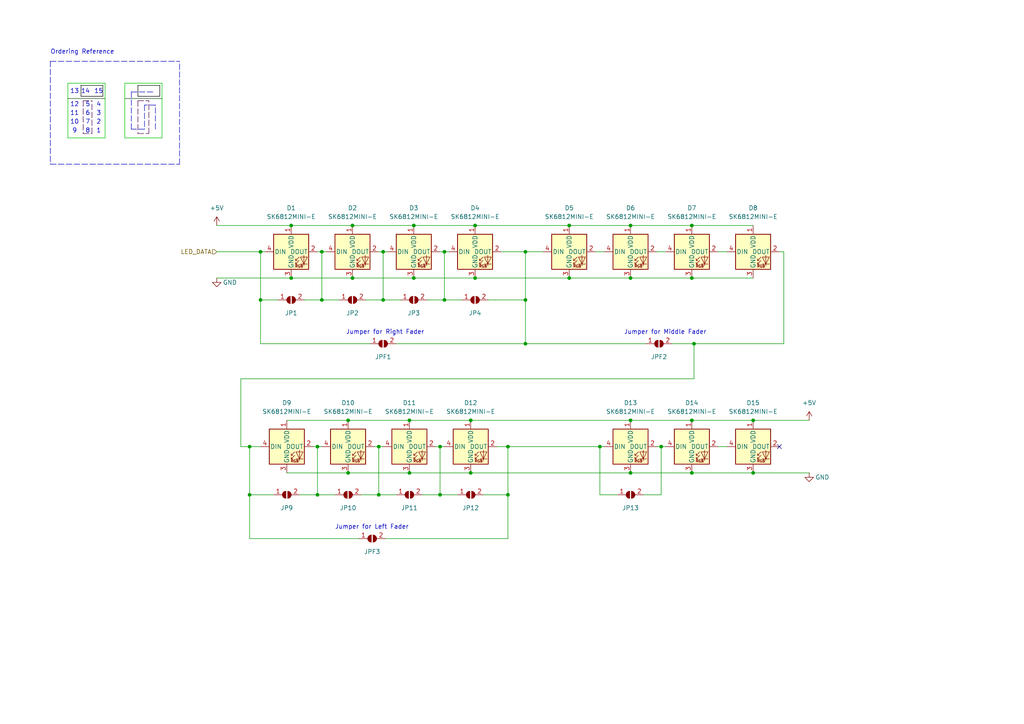
<source format=kicad_sch>
(kicad_sch (version 20211123) (generator eeschema)
  (paper "A4")
  (lib_symbols
    (symbol "Jumper:SolderJumper_2_Open" (pin_names (offset 0) hide)
      (property "Reference" "JP" (at 0 2.032 0))
      (property "Value" "SolderJumper_2_Open" (at 0 -2.54 0))
      (symbol "SolderJumper_2_Open_0_1"
        (arc (start -0.254 1.016) (mid -1.27 0) (end -0.254 -1.016))
        (arc (start -0.254 1.016) (mid -1.27 0) (end -0.254 -1.016) (fill (type outline)))
        (polyline (pts (xy -0.254 1.016) (xy -0.254 -1.016)))
        (polyline (pts (xy 0.254 1.016) (xy 0.254 -1.016)))
        (arc (start 0.254 -1.016) (mid 1.27 0) (end 0.254 1.016))
        (arc (start 0.254 -1.016) (mid 1.27 0) (end 0.254 1.016) (fill (type outline)))
      )
      (symbol "SolderJumper_2_Open_1_1"
        (pin passive line (at -3.81 0 0) (length 2.54) (name "A") (number "1"))
        (pin passive line (at 3.81 0 180) (length 2.54) (name "B") (number "2"))
      )
    )
    (symbol "keeby-cat-symbols:SK6812MINI-E" (pin_names (offset 0.254))
      (property "Reference" "D" (at 0 12.7 0))
      (property "Value" "SK6812MINI-E" (at 0 10.16 0))
      (symbol "SK6812MINI-E_0_0"
        (text "RGB" (at 2.286 -4.191 0) (effects (font (size 0.762 0.762))))
      )
      (symbol "SK6812MINI-E_0_1"
        (polyline (pts (xy 1.27 -3.556) (xy 1.778 -3.556)))
        (polyline (pts (xy 1.27 -2.54) (xy 1.778 -2.54)))
        (polyline (pts (xy 4.699 -3.556) (xy 2.667 -3.556)))
        (polyline (pts (xy 2.286 -2.54) (xy 1.27 -3.556) (xy 1.27 -3.048)))
        (polyline (pts (xy 2.286 -1.524) (xy 1.27 -2.54) (xy 1.27 -2.032)))
        (polyline (pts (xy 3.683 -1.016) (xy 3.683 -3.556) (xy 3.683 -4.064)))
        (polyline (pts (xy 4.699 -1.524) (xy 2.667 -1.524) (xy 3.683 -3.556) (xy 4.699 -1.524)))
        (rectangle (start 5.08 5.08) (end -5.08 -5.08) (stroke (width 0.254)) (fill (type background)))
      )
      (symbol "SK6812MINI-E_1_1"
        (pin power_in line (at 0 7.62 270) (length 2.54) (name "VDD") (number "1"))
        (pin output line (at 7.62 0 180) (length 2.54) (name "DOUT") (number "2"))
        (pin power_in line (at 0 -7.62 90) (length 2.54) (name "GND") (number "3"))
        (pin input line (at -7.62 0 0) (length 2.54) (name "DIN") (number "4"))
      )
    )
    (symbol "power:+5V" (power) (pin_names (offset 0))
      (property "Value" "+5V" (at 0 3.556 0))
      (symbol "+5V_0_1"
        (polyline (pts (xy -0.762 1.27) (xy 0 2.54)))
        (polyline (pts (xy 0 0) (xy 0 2.54)))
        (polyline (pts (xy 0 2.54) (xy 0.762 1.27)))
      )
      (symbol "+5V_1_1"
        (pin power_in line (at 0 0 90) (length 0) hide (name "+5V") (number "1"))
      )
    )
    (symbol "power:GND" (power) (pin_names (offset 0))
      (property "Value" "GND" (at 0 -3.81 0))
      (symbol "GND_0_1"
        (polyline (pts (xy 0 0) (xy 0 -1.27) (xy 1.27 -1.27) (xy 0 -2.54) (xy -1.27 -1.27) (xy 0 -1.27)))
      )
      (symbol "GND_1_1"
        (pin power_in line (at 0 0 270) (length 0) hide (name "GND") (number "1"))
      )
    )
  )
  (junction (at 173.99 129.54))
  (junction (at 218.44 137.16))
  (junction (at 137.795 65.405))
  (junction (at 111.125 73.025))
  (junction (at 84.455 65.405))
  (junction (at 120.015 80.645))
  (junction (at 147.32 143.51))
  (junction (at 92.075 143.51))
  (junction (at 109.855 129.54))
  (junction (at 93.345 86.995))
  (junction (at 165.1 65.405))
  (junction (at 100.965 121.92))
  (junction (at 102.235 80.645))
  (junction (at 191.77 129.54))
  (junction (at 200.66 80.645))
  (junction (at 200.66 121.92))
  (junction (at 136.525 137.16))
  (junction (at 128.905 73.025))
  (junction (at 127.635 129.54))
  (junction (at 152.4 73.025))
  (junction (at 109.855 143.51))
  (junction (at 72.39 129.54))
  (junction (at 152.4 86.995))
  (junction (at 84.455 80.645))
  (junction (at 182.88 80.645))
  (junction (at 165.1 80.645))
  (junction (at 102.235 65.405))
  (junction (at 182.88 65.405))
  (junction (at 72.39 143.51))
  (junction (at 182.88 121.92))
  (junction (at 127.635 143.51))
  (junction (at 93.345 73.025))
  (junction (at 201.295 99.695))
  (junction (at 100.965 137.16))
  (junction (at 137.795 80.645))
  (junction (at 92.075 129.54))
  (junction (at 118.745 137.16))
  (junction (at 75.565 73.025))
  (junction (at 218.44 121.92))
  (junction (at 147.32 129.54))
  (junction (at 118.745 121.92))
  (junction (at 182.88 137.16))
  (junction (at 152.4 99.695))
  (junction (at 111.125 86.995))
  (junction (at 120.015 65.405))
  (junction (at 200.66 65.405))
  (junction (at 128.905 86.995))
  (junction (at 75.565 86.995))
  (junction (at 136.525 121.92))
  (junction (at 200.66 137.16))
  (no_connect (at 226.06 129.54))
  (polyline (pts (xy 36.195 24.13) (xy 36.195 40.005)) (stroke (width 0) (type solid) (color 0 194 0 1)))
  (wire (pts (xy 144.145 129.54) (xy 147.32 129.54)))
  (polyline (pts (xy 46.355 24.765) (xy 46.355 27.94)) (stroke (width 0) (type solid) (color 0 0 0 1)))
  (wire (pts (xy 93.345 73.025) (xy 94.615 73.025)))
  (polyline (pts (xy 46.99 40.005) (xy 36.195 40.005)) (stroke (width 0) (type solid) (color 0 194 0 1)))
  (wire (pts (xy 136.525 137.16) (xy 182.88 137.16)))
  (wire (pts (xy 109.855 129.54) (xy 109.855 143.51)))
  (wire (pts (xy 72.39 156.21) (xy 72.39 143.51)))
  (polyline (pts (xy 40.005 29.21) (xy 40.005 38.735)) (stroke (width 0) (color 72 0 72 1)))
  (wire (pts (xy 111.125 73.025) (xy 111.125 86.995)))
  (polyline (pts (xy -8.255 28.575) (xy -8.255 38.1)) (stroke (width 0) (color 72 0 72 1)))
  (polyline (pts (xy 40.005 29.21) (xy 43.18 29.21)) (stroke (width 0) (color 72 0 72 1)))
  (polyline (pts (xy 24.13 29.21) (xy 26.67 29.21)) (stroke (width 0) (color 72 0 72 1)))
  (wire (pts (xy 104.775 143.51) (xy 109.855 143.51)))
  (polyline (pts (xy 46.99 24.13) (xy 46.99 40.005)) (stroke (width 0) (type solid) (color 0 194 0 1)))
  (wire (pts (xy 75.565 73.025) (xy 75.565 86.995)))
  (wire (pts (xy 152.4 73.025) (xy 152.4 86.995)))
  (polyline (pts (xy 40.005 24.765) (xy 46.355 24.765)) (stroke (width 0) (type solid) (color 0 0 0 1)))
  (wire (pts (xy 72.39 156.21) (xy 104.14 156.21)))
  (polyline (pts (xy 19.685 24.13) (xy 19.685 40.005)) (stroke (width 0) (type solid) (color 0 194 0 1)))
  (wire (pts (xy 102.235 80.645) (xy 120.015 80.645)))
  (wire (pts (xy 208.28 129.54) (xy 210.82 129.54)))
  (polyline (pts (xy 40.005 38.735) (xy 43.18 38.735)) (stroke (width 0) (color 72 0 72 1)))
  (wire (pts (xy 173.99 129.54) (xy 175.26 129.54)))
  (wire (pts (xy 128.905 73.025) (xy 128.905 86.995)))
  (polyline (pts (xy 14.605 47.625) (xy 52.07 47.625)))
  (wire (pts (xy 152.4 73.025) (xy 157.48 73.025)))
  (wire (pts (xy 200.66 121.92) (xy 218.44 121.92)))
  (polyline (pts (xy 29.845 27.94) (xy 23.495 27.94)) (stroke (width 0) (type solid) (color 0 0 0 1)))
  (wire (pts (xy 191.77 129.54) (xy 191.77 143.51)))
  (wire (pts (xy 123.825 86.995) (xy 128.905 86.995)))
  (wire (pts (xy 69.85 129.54) (xy 72.39 129.54)))
  (polyline (pts (xy -7.62 26.035) (xy -7.62 27.305)) (stroke (width 0) (type solid) (color 0 0 0 1)))
  (wire (pts (xy 201.295 109.855) (xy 69.85 109.855)))
  (polyline (pts (xy 46.355 27.94) (xy 40.005 27.94)) (stroke (width 0) (type solid) (color 0 0 0 1)))
  (polyline (pts (xy 26.67 38.735) (xy 26.67 29.21)) (stroke (width 0) (color 72 0 72 1)))
  (wire (pts (xy 182.88 137.16) (xy 200.66 137.16)))
  (wire (pts (xy 186.69 143.51) (xy 191.77 143.51)))
  (wire (pts (xy 100.965 121.92) (xy 118.745 121.92)))
  (wire (pts (xy 201.295 99.695) (xy 227.33 99.695)))
  (polyline (pts (xy 29.845 24.765) (xy 29.845 27.94)) (stroke (width 0) (type solid) (color 0 0 0 1)))
  (wire (pts (xy 137.795 80.645) (xy 165.1 80.645)))
  (polyline (pts (xy -2.54 38.735) (xy -11.43 38.735)) (stroke (width 0) (type solid) (color 0 194 0 1)))
  (polyline (pts (xy -7.62 26.035) (xy -3.81 26.035)) (stroke (width 0) (type solid) (color 0 0 0 1)))
  (polyline (pts (xy -8.255 38.1) (xy -5.715 38.1)) (stroke (width 0) (color 72 0 72 1)))
  (wire (pts (xy 147.32 143.51) (xy 147.32 156.21)))
  (wire (pts (xy 173.99 129.54) (xy 173.99 143.51)))
  (wire (pts (xy 92.075 73.025) (xy 93.345 73.025)))
  (wire (pts (xy 84.455 65.405) (xy 102.235 65.405)))
  (wire (pts (xy 182.88 65.405) (xy 200.66 65.405)))
  (polyline (pts (xy 36.195 28.575) (xy 46.99 28.575)) (stroke (width 0) (type solid) (color 0 72 0 1)))
  (wire (pts (xy 140.335 143.51) (xy 147.32 143.51)))
  (wire (pts (xy 118.745 137.16) (xy 136.525 137.16)))
  (wire (pts (xy 136.525 121.92) (xy 182.88 121.92)))
  (polyline (pts (xy 45.085 37.465) (xy 45.085 30.48)))
  (polyline (pts (xy 14.605 17.78) (xy 14.605 47.625)))
  (wire (pts (xy 127.635 143.51) (xy 132.715 143.51)))
  (wire (pts (xy 226.06 73.025) (xy 227.33 73.025)))
  (wire (pts (xy 141.605 86.995) (xy 152.4 86.995)))
  (wire (pts (xy 83.185 121.92) (xy 100.965 121.92)))
  (wire (pts (xy 190.5 129.54) (xy 191.77 129.54)))
  (wire (pts (xy 102.235 65.405) (xy 120.015 65.405)))
  (wire (pts (xy 152.4 99.695) (xy 187.325 99.695)))
  (polyline (pts (xy 45.085 30.48) (xy 41.91 30.48)))
  (wire (pts (xy 165.1 65.405) (xy 182.88 65.405)))
  (wire (pts (xy 72.39 143.51) (xy 79.375 143.51)))
  (wire (pts (xy 126.365 129.54) (xy 127.635 129.54)))
  (wire (pts (xy 62.865 65.405) (xy 84.455 65.405)))
  (wire (pts (xy 92.075 143.51) (xy 97.155 143.51)))
  (polyline (pts (xy 23.495 24.765) (xy 23.495 27.94)) (stroke (width 0) (type solid) (color 0 0 0 1)))
  (wire (pts (xy 165.1 80.645) (xy 182.88 80.645)))
  (wire (pts (xy 83.185 137.16) (xy 100.965 137.16)))
  (polyline (pts (xy -11.43 27.94) (xy -2.54 27.94)) (stroke (width 0) (type solid) (color 0 72 0 1)))
  (wire (pts (xy 200.66 80.645) (xy 218.44 80.645)))
  (polyline (pts (xy -3.81 26.035) (xy -3.81 27.305)) (stroke (width 0) (type solid) (color 0 0 0 1)))
  (wire (pts (xy 137.795 65.405) (xy 165.1 65.405)))
  (wire (pts (xy 194.945 99.695) (xy 201.295 99.695)))
  (wire (pts (xy 90.805 129.54) (xy 92.075 129.54)))
  (polyline (pts (xy 41.91 37.465) (xy 38.1 37.465)))
  (wire (pts (xy 182.88 121.92) (xy 200.66 121.92)))
  (wire (pts (xy 92.075 129.54) (xy 93.345 129.54)))
  (wire (pts (xy 120.015 80.645) (xy 137.795 80.645)))
  (polyline (pts (xy 30.48 40.005) (xy 19.685 40.005)) (stroke (width 0) (type solid) (color 0 194 0 1)))
  (wire (pts (xy 93.345 73.025) (xy 93.345 86.995)))
  (wire (pts (xy 88.265 86.995) (xy 93.345 86.995)))
  (wire (pts (xy 120.015 65.405) (xy 137.795 65.405)))
  (wire (pts (xy 93.345 86.995) (xy 98.425 86.995)))
  (polyline (pts (xy 30.48 24.13) (xy 30.48 40.005)) (stroke (width 0) (type solid) (color 0 194 0 1)))
  (polyline (pts (xy 24.13 29.21) (xy 24.13 38.735)) (stroke (width 0) (color 72 0 72 1)))
  (polyline (pts (xy 43.18 38.735) (xy 43.18 29.21)) (stroke (width 0) (color 72 0 72 1)))
  (wire (pts (xy 200.66 65.405) (xy 218.44 65.405)))
  (wire (pts (xy 227.33 73.025) (xy 227.33 99.695)))
  (polyline (pts (xy 52.07 47.625) (xy 52.07 17.78)))
  (wire (pts (xy 72.39 143.51) (xy 72.39 129.54)))
  (wire (pts (xy 111.125 73.025) (xy 112.395 73.025)))
  (wire (pts (xy 75.565 86.995) (xy 80.645 86.995)))
  (wire (pts (xy 234.696 121.92) (xy 218.44 121.92)))
  (polyline (pts (xy 36.195 24.13) (xy 46.99 24.13)) (stroke (width 0) (type solid) (color 0 194 0 1)))
  (wire (pts (xy 75.565 99.695) (xy 75.565 86.995)))
  (wire (pts (xy 122.555 143.51) (xy 127.635 143.51)))
  (polyline (pts (xy -8.255 28.575) (xy -5.715 28.575)) (stroke (width 0) (color 72 0 72 1)))
  (polyline (pts (xy -11.43 24.765) (xy -11.43 38.735)) (stroke (width 0) (type solid) (color 0 194 0 1)))
  (polyline (pts (xy 14.605 17.78) (xy 52.07 17.78)))
  (wire (pts (xy 201.295 99.695) (xy 201.295 109.855)))
  (wire (pts (xy 75.565 99.695) (xy 107.315 99.695)))
  (wire (pts (xy 118.745 121.92) (xy 136.525 121.92)))
  (wire (pts (xy 109.855 129.54) (xy 111.125 129.54)))
  (wire (pts (xy 109.855 73.025) (xy 111.125 73.025)))
  (polyline (pts (xy 38.1 37.465) (xy 38.1 26.67)))
  (wire (pts (xy 191.77 129.54) (xy 193.04 129.54)))
  (wire (pts (xy 200.66 137.16) (xy 218.44 137.16)))
  (wire (pts (xy 127.635 129.54) (xy 128.905 129.54)))
  (polyline (pts (xy 23.495 24.765) (xy 29.845 24.765)) (stroke (width 0) (type solid) (color 0 0 0 1)))
  (wire (pts (xy 190.5 73.025) (xy 193.04 73.025)))
  (polyline (pts (xy -2.54 24.765) (xy -2.54 38.735)) (stroke (width 0) (type solid) (color 0 194 0 1)))
  (wire (pts (xy 128.905 86.995) (xy 133.985 86.995)))
  (wire (pts (xy 114.935 99.695) (xy 152.4 99.695)))
  (wire (pts (xy 62.865 73.025) (xy 75.565 73.025)))
  (wire (pts (xy 72.39 129.54) (xy 75.565 129.54)))
  (wire (pts (xy 62.865 80.645) (xy 84.455 80.645)))
  (polyline (pts (xy 38.1 26.67) (xy 44.45 26.67)))
  (polyline (pts (xy 41.91 30.48) (xy 41.91 37.465)))
  (wire (pts (xy 86.995 143.51) (xy 92.075 143.51)))
  (wire (pts (xy 111.125 86.995) (xy 116.205 86.995)))
  (wire (pts (xy 109.855 143.51) (xy 114.935 143.51)))
  (wire (pts (xy 127.635 73.025) (xy 128.905 73.025)))
  (wire (pts (xy 127.635 129.54) (xy 127.635 143.51)))
  (wire (pts (xy 100.965 137.16) (xy 118.745 137.16)))
  (wire (pts (xy 106.045 86.995) (xy 111.125 86.995)))
  (polyline (pts (xy 40.005 24.765) (xy 40.005 27.94)) (stroke (width 0) (type solid) (color 0 0 0 1)))
  (wire (pts (xy 92.075 129.54) (xy 92.075 143.51)))
  (wire (pts (xy 69.85 109.855) (xy 69.85 129.54)))
  (wire (pts (xy 234.696 137.16) (xy 218.44 137.16)))
  (wire (pts (xy 145.415 73.025) (xy 152.4 73.025)))
  (wire (pts (xy 182.88 80.645) (xy 200.66 80.645)))
  (wire (pts (xy 75.565 73.025) (xy 76.835 73.025)))
  (wire (pts (xy 152.4 86.995) (xy 152.4 99.695)))
  (polyline (pts (xy 19.685 24.13) (xy 30.48 24.13)) (stroke (width 0) (type solid) (color 0 194 0 1)))
  (wire (pts (xy 147.32 129.54) (xy 173.99 129.54)))
  (polyline (pts (xy 19.685 28.575) (xy 30.48 28.575)) (stroke (width 0) (type solid) (color 0 72 0 1)))
  (wire (pts (xy 172.72 73.025) (xy 175.26 73.025)))
  (wire (pts (xy 208.28 73.025) (xy 210.82 73.025)))
  (wire (pts (xy 173.99 143.51) (xy 179.07 143.51)))
  (wire (pts (xy 128.905 73.025) (xy 130.175 73.025)))
  (wire (pts (xy 147.32 129.54) (xy 147.32 143.51)))
  (polyline (pts (xy -11.43 24.765) (xy -2.54 24.765)) (stroke (width 0) (type solid) (color 0 194 0 1)))
  (polyline (pts (xy -5.715 38.1) (xy -5.715 28.575)) (stroke (width 0) (color 72 0 72 1)))
  (polyline (pts (xy 24.13 38.735) (xy 26.67 38.735)) (stroke (width 0) (color 72 0 72 1)))
  (wire (pts (xy 108.585 129.54) (xy 109.855 129.54)))
  (polyline (pts (xy -3.81 27.305) (xy -7.62 27.305)) (stroke (width 0) (type solid) (color 0 0 0 1)))
  (wire (pts (xy 84.455 80.645) (xy 102.235 80.645)))
  (wire (pts (xy 111.76 156.21) (xy 147.32 156.21)))
  (text "6" (at -7.62 38.1 0) (effects (font (size 1.27 1.27)) (justify left bottom)))
  (text "11" (at 20.32 33.655 0) (effects (font (size 1.27 1.27)) (justify left bottom)))
  (text "Ordering Reference" (at 14.605 15.875 0) (effects (font (size 1.27 1.27)) (justify left bottom)))
  (text "5" (at -10.16 38.1 0) (effects (font (size 1.27 1.27)) (justify left bottom)))
  (text "1" (at -10.16 27.94 0) (effects (font (size 1.27 1.27)) (justify left bottom)))
  (text "12" (at -5.08 30.48 0) (effects (font (size 1.27 1.27)) (justify left bottom)))
  (text "10" (at 20.32 36.195 0) (effects (font (size 1.27 1.27)) (justify left bottom)))
  (text "5" (at 24.765 31.115 0) (effects (font (size 1.27 1.27)) (justify left bottom)))
  (text "7" (at 24.765 36.195 0) (effects (font (size 1.27 1.27)) (justify left bottom)))
  (text "3" (at 27.94 33.655 0) (effects (font (size 1.27 1.27)) (justify left bottom)))
  (text "10" (at -7.62 27.94 0) (effects (font (size 1.27 1.27)) (justify left bottom)))
  (text "9" (at -7.62 30.48 0) (effects (font (size 1.27 1.27)) (justify left bottom)))
  (text "Jumper for Left Fader" (at 97.155 153.67 0) (effects (font (size 1.27 1.27)) (justify left bottom)))
  (text "4" (at -10.16 35.56 0) (effects (font (size 1.27 1.27)) (justify left bottom)))
  (text "12" (at 20.32 31.115 0) (effects (font (size 1.27 1.27)) (justify left bottom)))
  (text "3" (at -10.16 33.02 0) (effects (font (size 1.27 1.27)) (justify left bottom)))
  (text "9" (at 20.955 38.735 0) (effects (font (size 1.27 1.27)) (justify left bottom)))
  (text "8" (at 24.765 38.735 0) (effects (font (size 1.27 1.27)) (justify left bottom)))
  (text "14" (at 23.495 27.305 0) (effects (font (size 1.27 1.27)) (justify left bottom)))
  (text "1" (at 27.94 38.735 0) (effects (font (size 1.27 1.27)) (justify left bottom)))
  (text "Jumper for Right Fader" (at 100.33 97.155 0) (effects (font (size 1.27 1.27)) (justify left bottom)))
  (text "15" (at 27.305 27.305 0) (effects (font (size 1.27 1.27)) (justify left bottom)))
  (text "11" (at -5.08 27.94 0) (effects (font (size 1.27 1.27)) (justify left bottom)))
  (text "2" (at -10.16 30.48 0) (effects (font (size 1.27 1.27)) (justify left bottom)))
  (text "13" (at 20.32 27.305 0) (effects (font (size 1.27 1.27)) (justify left bottom)))
  (text "4" (at 27.94 31.115 0) (effects (font (size 1.27 1.27)) (justify left bottom)))
  (text "14" (at -5.08 35.56 0) (effects (font (size 1.27 1.27)) (justify left bottom)))
  (text "8" (at -7.62 33.02 0) (effects (font (size 1.27 1.27)) (justify left bottom)))
  (text "6" (at 24.765 33.655 0) (effects (font (size 1.27 1.27)) (justify left bottom)))
  (text "2" (at 27.94 36.195 0) (effects (font (size 1.27 1.27)) (justify left bottom)))
  (text "7" (at -7.62 35.56 0) (effects (font (size 1.27 1.27)) (justify left bottom)))
  (text "15" (at -5.08 38.1 0) (effects (font (size 1.27 1.27)) (justify left bottom)))
  (text "13" (at -5.08 33.02 0) (effects (font (size 1.27 1.27)) (justify left bottom)))
  (text "Jumper for Middle Fader" (at 180.975 97.155 0) (effects (font (size 1.27 1.27)) (justify left bottom)))
  (hierarchical_label "LED_DATA" (shape input) (at 62.865 73.025 180))
  (symbol (lib_id "Jumper:SolderJumper_2_Open") (at 102.235 86.995 0) (unit 1)
    (property "Reference" "JP2" (at 102.235 90.805 0))
    (property "Value" "SolderJumper_2_Open" (effects hide))
    (property "Footprint" "Keeby-Cat Footprints:SolderJumper-2_P1.3mm_Open_TrianglePad1.0x1.5mm" (effects hide))
  )
  (symbol (lib_id "power:GND") (at 234.696 137.16 0) (unit 1)
    (property "Reference" "#PWR033" (effects hide))
    (property "Value" "GND" (at 238.506 138.43 0))
  )
  (symbol (lib_id "keeby-cat-symbols:SK6812MINI-E") (at 218.44 73.025 0) (unit 1)
    (property "Reference" "D8" (at 218.44 60.325 0))
    (property "Value" "SK6812MINI-E" (at 218.44 62.865 0))
    (property "Footprint" "Keeby-Cat Footprints:LED_MX_SK6812MINI-E" (effects hide))
  )
  (symbol (lib_id "Jumper:SolderJumper_2_Open") (at 118.745 143.51 0) (unit 1)
    (property "Reference" "JP11" (at 118.745 147.32 0))
    (property "Value" "SolderJumper_2_Open" (effects hide))
    (property "Footprint" "Keeby-Cat Footprints:SolderJumper-2_P1.3mm_Open_TrianglePad1.0x1.5mm" (effects hide))
  )
  (symbol (lib_id "keeby-cat-symbols:SK6812MINI-E") (at 182.88 73.025 0) (unit 1)
    (property "Reference" "D6" (at 182.88 60.325 0))
    (property "Value" "SK6812MINI-E" (at 182.88 62.865 0))
    (property "Footprint" "Keeby-Cat Footprints:LED_MX_SK6812MINI-E" (effects hide))
  )
  (symbol (lib_id "Jumper:SolderJumper_2_Open") (at 182.88 143.51 0) (unit 1)
    (property "Reference" "JP13" (at 182.88 147.32 0))
    (property "Value" "SolderJumper_2_Open" (effects hide))
    (property "Footprint" "Keeby-Cat Footprints:SolderJumper-2_P1.3mm_Open_TrianglePad1.0x1.5mm" (effects hide))
  )
  (symbol (lib_id "power:+5V") (at 62.865 65.405 0) (unit 1)
    (property "Reference" "#PWR028" (effects hide))
    (property "Value" "+5V" (at 62.865 60.325 0))
  )
  (symbol (lib_id "Jumper:SolderJumper_2_Open") (at 83.185 143.51 0) (unit 1)
    (property "Reference" "JP9" (at 83.185 147.32 0))
    (property "Value" "SolderJumper_2_Open" (effects hide))
    (property "Footprint" "Keeby-Cat Footprints:SolderJumper-2_P1.3mm_Open_TrianglePad1.0x1.5mm" (effects hide))
  )
  (symbol (lib_id "keeby-cat-symbols:SK6812MINI-E") (at 120.015 73.025 0) (unit 1)
    (property "Reference" "D3" (at 120.015 60.325 0))
    (property "Value" "SK6812MINI-E" (at 120.015 62.865 0))
    (property "Footprint" "Keeby-Cat Footprints:LED_MX_SK6812MINI-E" (effects hide))
  )
  (symbol (lib_id "keeby-cat-symbols:SK6812MINI-E") (at 100.965 129.54 0) (unit 1)
    (property "Reference" "D10" (at 100.965 116.84 0))
    (property "Value" "SK6812MINI-E" (at 100.965 119.38 0))
    (property "Footprint" "Keeby-Cat Footprints:LED_MX_SK6812MINI-E" (effects hide))
  )
  (symbol (lib_id "Jumper:SolderJumper_2_Open") (at 107.95 156.21 0) (unit 1)
    (property "Reference" "JPF3" (at 107.95 160.02 0))
    (property "Value" "SolderJumper_2_Open" (effects hide))
    (property "Footprint" "Keeby-Cat Footprints:SolderJumper-2_P1.3mm_Open_TrianglePad1.0x1.5mm" (effects hide))
  )
  (symbol (lib_id "Jumper:SolderJumper_2_Open") (at 84.455 86.995 0) (unit 1)
    (property "Reference" "JP1" (at 84.455 90.805 0))
    (property "Value" "SolderJumper_2_Open" (effects hide))
    (property "Footprint" "Keeby-Cat Footprints:SolderJumper-2_P1.3mm_Open_TrianglePad1.0x1.5mm" (effects hide))
  )
  (symbol (lib_id "power:GND") (at 62.865 80.645 0) (unit 1)
    (property "Reference" "#PWR029" (effects hide))
    (property "Value" "GND" (at 66.675 81.915 0))
  )
  (symbol (lib_id "keeby-cat-symbols:SK6812MINI-E") (at 136.525 129.54 0) (unit 1)
    (property "Reference" "D12" (at 136.525 116.84 0))
    (property "Value" "SK6812MINI-E" (at 136.525 119.38 0))
    (property "Footprint" "Keeby-Cat Footprints:LED_MX_SK6812MINI-E" (effects hide))
  )
  (symbol (lib_id "keeby-cat-symbols:SK6812MINI-E") (at 137.795 73.025 0) (unit 1)
    (property "Reference" "D4" (at 137.795 60.325 0))
    (property "Value" "SK6812MINI-E" (at 137.795 62.865 0))
    (property "Footprint" "Keeby-Cat Footprints:LED_MX_SK6812MINI-E" (effects hide))
  )
  (symbol (lib_id "Jumper:SolderJumper_2_Open") (at 136.525 143.51 0) (unit 1)
    (property "Reference" "JP12" (at 136.525 147.32 0))
    (property "Value" "SolderJumper_2_Open" (effects hide))
    (property "Footprint" "Keeby-Cat Footprints:SolderJumper-2_P1.3mm_Open_TrianglePad1.0x1.5mm" (effects hide))
  )
  (symbol (lib_id "keeby-cat-symbols:SK6812MINI-E") (at 102.235 73.025 0) (unit 1)
    (property "Reference" "D2" (at 102.235 60.325 0))
    (property "Value" "SK6812MINI-E" (at 102.235 62.865 0))
    (property "Footprint" "Keeby-Cat Footprints:LED_MX_SK6812MINI-E" (effects hide))
  )
  (symbol (lib_id "keeby-cat-symbols:SK6812MINI-E") (at 84.455 73.025 0) (unit 1)
    (property "Reference" "D1" (at 84.455 60.325 0))
    (property "Value" "SK6812MINI-E" (at 84.455 62.865 0))
    (property "Footprint" "Keeby-Cat Footprints:LED_MX_SK6812MINI-E" (effects hide))
  )
  (symbol (lib_id "keeby-cat-symbols:SK6812MINI-E") (at 200.66 129.54 0) (unit 1)
    (property "Reference" "D14" (at 200.66 116.84 0))
    (property "Value" "SK6812MINI-E" (at 200.66 119.38 0))
    (property "Footprint" "Keeby-Cat Footprints:LED_MX_SK6812MINI-E" (effects hide))
  )
  (symbol (lib_id "keeby-cat-symbols:SK6812MINI-E") (at 165.1 73.025 0) (unit 1)
    (property "Reference" "D5" (at 165.1 60.325 0))
    (property "Value" "SK6812MINI-E" (at 165.1 62.865 0))
    (property "Footprint" "Keeby-Cat Footprints:LED_MX_SK6812MINI-E" (effects hide))
  )
  (symbol (lib_id "keeby-cat-symbols:SK6812MINI-E") (at 118.745 129.54 0) (unit 1)
    (property "Reference" "D11" (at 118.745 116.84 0))
    (property "Value" "SK6812MINI-E" (at 118.745 119.38 0))
    (property "Footprint" "Keeby-Cat Footprints:LED_MX_SK6812MINI-E" (effects hide))
  )
  (symbol (lib_id "keeby-cat-symbols:SK6812MINI-E") (at 182.88 129.54 0) (unit 1)
    (property "Reference" "D13" (at 182.88 116.84 0))
    (property "Value" "SK6812MINI-E" (at 182.88 119.38 0))
    (property "Footprint" "Keeby-Cat Footprints:LED_MX_SK6812MINI-E" (effects hide))
  )
  (symbol (lib_id "power:+5V") (at 234.696 121.92 0) (unit 1)
    (property "Reference" "#PWR032" (effects hide))
    (property "Value" "+5V" (at 234.696 116.84 0))
  )
  (symbol (lib_id "keeby-cat-symbols:SK6812MINI-E") (at 83.185 129.54 0) (unit 1)
    (property "Reference" "D9" (at 83.185 116.84 0))
    (property "Value" "SK6812MINI-E" (at 83.185 119.38 0))
    (property "Footprint" "Keeby-Cat Footprints:LED_MX_SK6812MINI-E" (effects hide))
  )
  (symbol (lib_id "Jumper:SolderJumper_2_Open") (at 100.965 143.51 0) (unit 1)
    (property "Reference" "JP10" (at 100.965 147.32 0))
    (property "Value" "SolderJumper_2_Open" (effects hide))
    (property "Footprint" "Keeby-Cat Footprints:SolderJumper-2_P1.3mm_Open_TrianglePad1.0x1.5mm" (effects hide))
  )
  (symbol (lib_id "keeby-cat-symbols:SK6812MINI-E") (at 218.44 129.54 0) (unit 1)
    (property "Reference" "D15" (at 218.44 116.84 0))
    (property "Value" "SK6812MINI-E" (at 218.44 119.38 0))
    (property "Footprint" "Keeby-Cat Footprints:LED_MX_SK6812MINI-E" (effects hide))
  )
  (symbol (lib_id "Jumper:SolderJumper_2_Open") (at 137.795 86.995 0) (unit 1)
    (property "Reference" "JP4" (at 137.795 90.805 0))
    (property "Value" "SolderJumper_2_Open" (effects hide))
    (property "Footprint" "Keeby-Cat Footprints:SolderJumper-2_P1.3mm_Open_TrianglePad1.0x1.5mm" (effects hide))
  )
  (symbol (lib_id "keeby-cat-symbols:SK6812MINI-E") (at 200.66 73.025 0) (unit 1)
    (property "Reference" "D7" (at 200.66 60.325 0))
    (property "Value" "SK6812MINI-E" (at 200.66 62.865 0))
    (property "Footprint" "Keeby-Cat Footprints:LED_MX_SK6812MINI-E" (effects hide))
  )
  (symbol (lib_id "Jumper:SolderJumper_2_Open") (at 111.125 99.695 0) (unit 1)
    (property "Reference" "JPF1" (at 111.125 103.505 0))
    (property "Value" "SolderJumper_2_Open" (effects hide))
    (property "Footprint" "Keeby-Cat Footprints:SolderJumper-2_P1.3mm_Open_TrianglePad1.0x1.5mm" (effects hide))
  )
  (symbol (lib_id "Jumper:SolderJumper_2_Open") (at 120.015 86.995 0) (unit 1)
    (property "Reference" "JP3" (at 120.015 90.805 0))
    (property "Value" "SolderJumper_2_Open" (effects hide))
    (property "Footprint" "Keeby-Cat Footprints:SolderJumper-2_P1.3mm_Open_TrianglePad1.0x1.5mm" (effects hide))
  )
  (symbol (lib_id "Jumper:SolderJumper_2_Open") (at 191.135 99.695 0) (unit 1)
    (property "Reference" "JPF2" (at 191.135 103.505 0))
    (property "Value" "SolderJumper_2_Open" (effects hide))
    (property "Footprint" "Keeby-Cat Footprints:SolderJumper-2_P1.3mm_Open_TrianglePad1.0x1.5mm" (effects hide))
  )
)
</source>
